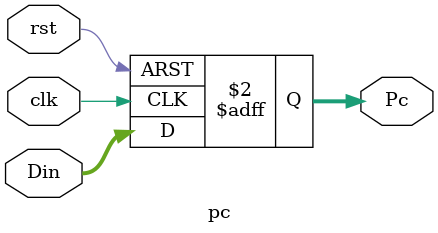
<source format=v>
`include "defines.vh"
module pc(
  input wire rst, 
  input wire clk,
  input wire[31:0] Din, 
  output reg[31:0] Pc
);

    always @(posedge clk or posedge rst) begin
        if(rst) Pc <= 1'B0;
        else Pc <= Din;
    end

endmodule
</source>
